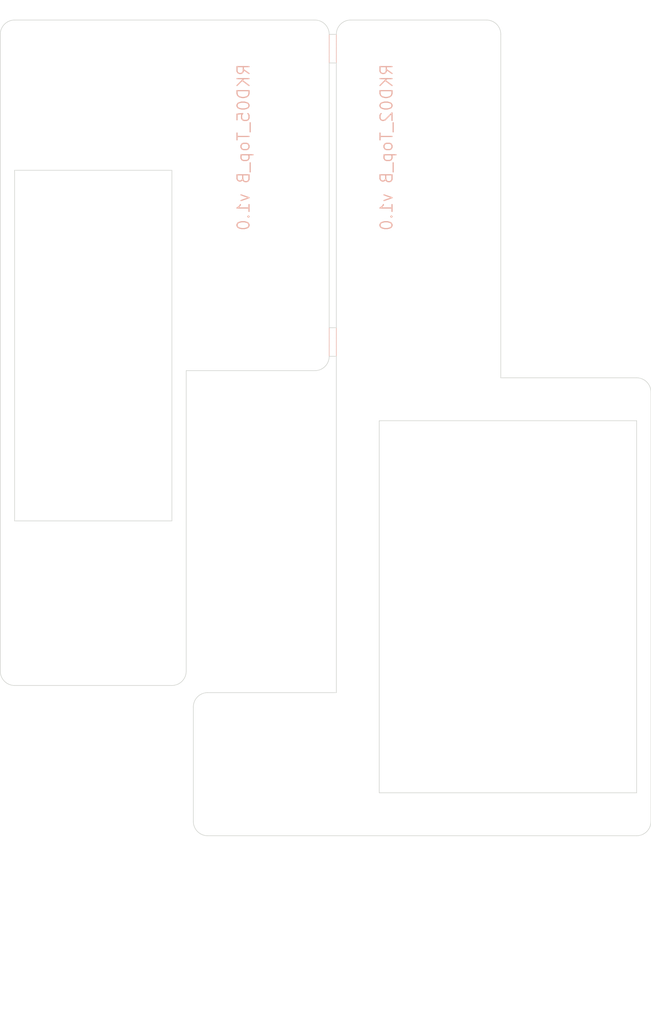
<source format=kicad_pcb>
(kicad_pcb (version 20241229) (generator "pcbnew") (generator_version "9.0")
  (layers (0 "F.Cu" signal) (2 "B.Cu" signal) (13 "F.Paste" user) (15 "B.Paste" user) (5 "F.SilkS" user "F.Silkscreen") (7 "B.SilkS" user "B.Silkscreen") (1 "F.Mask" user) (3 "B.Mask" user) (25 "Edge.Cuts" user))
  (net 0 "")
  (footprint "kbd_Hole:m2_Screw_Hole" (layer "F.Cu") (at 187 169.06875)
    (property "Reference" "Ref**" (hide yes))
    (property "Value" "")
    (pad "" np_thru_hole circle (at 0 0) (size 2.2 2.2) (drill 2.2) (layers "*.Cu" "*.Mask"))
  )
  (footprint "kbd_Hole:m2_Screw_Hole" (layer "F.Cu") (at 180.975 105.965625)
    (property "Reference" "Ref**")
    (property "Value" "Val**")
    (pad "" np_thru_hole circle (at 0 0) (size 2.2 2.2) (drill 2.2) (layers "*.Cu" "*.Mask"))
  )
  (footprint "Rikkodo_FootPrint:rkd_cutdot" (layer "F.Cu") (at 185.439688 130.373098 90)
    (property "Reference" "REF**" (hide yes))
    (property "Value" "rkd_cutdot" (hide yes))
    (fp_line (start 1.190623 -0.297657) (end -1.190627 -0.297657) (stroke (width 0.05)) (layer "B.SilkS"))
    (fp_line (start 1.190622 0.297656) (end -1.190628 0.297656) (stroke (width 0.05)) (layer "B.SilkS"))
    (fp_line (start 1.190624 0.297656) (end 1.190482 -0.297479) (stroke (width 0.05)) (layer "Edge.Cuts"))
    (fp_line (start -1.190628 0.297656) (end -1.190768 -0.297479) (stroke (width 0.05)) (layer "Edge.Cuts"))
    (pad "" np_thru_hole circle (at -0.893198 0.000356 180) (size 0.5 0.5) (drill 0.5) (layers "*.Cu" "*.Mask"))
    (pad "" np_thru_hole circle (at -0.297886 0.000356 180) (size 0.5 0.5) (drill 0.5) (layers "*.Cu" "*.Mask"))
    (pad "" np_thru_hole circle (at 0.297426 0.000356 180) (size 0.5 0.5) (drill 0.5) (layers "*.Cu" "*.Mask"))
    (pad "" np_thru_hole circle (at 0.892738 0.000356 180) (size 0.5 0.5) (drill 0.5) (layers "*.Cu" "*.Mask"))
  )
  (footprint "kbd_Hole:m2_Screw_Hole" (layer "F.Cu") (at 161.925 157.1625)
    (property "Reference" "Ref**")
    (property "Value" "Val**")
    (pad "" np_thru_hole circle (at 0 0) (size 2.2 2.2) (drill 2.2) (layers "*.Cu" "*.Mask"))
  )
  (footprint "kbd_Hole:m2_Screw_Hole" (layer "F.Cu") (at 195.26266 107.15633)
    (property "Reference" "M2")
    (property "Value" "Mark")
    (pad "" np_thru_hole circle (at 0 0) (size 2.2 2.2) (drill 2.2) (layers "*.Cu" "*.Mask"))
  )
  (footprint "Rikkodo_FootPrint:rkd_Point_Hall" (layer "F.Cu") (at 200.025 152.4)
    (property "Reference" "M2" (hide yes))
    (property "Value" "Mark" (hide yes))
    (fp_line (start -10.715625 15.478125) (end -10.715625 -15.478125) (stroke (width 0.05)) (layer "Edge.Cuts"))
    (fp_line (start 10.715625 -15.478125) (end -10.715625 -15.478125) (stroke (width 0.05)) (layer "Edge.Cuts"))
    (fp_line (start 10.715625 -15.478125) (end 10.715625 15.478125) (stroke (width 0.05)) (layer "Edge.Cuts"))
    (fp_line (start 10.715625 15.478125) (end -10.715625 15.478125) (stroke (width 0.05)) (layer "Edge.Cuts"))
  )
  (footprint "kbd_Hole:m2_Screw_Hole" (layer "F.Cu") (at 161.925 105.965625)
    (property "Reference" "Ref**")
    (property "Value" "Val**")
    (pad "" np_thru_hole circle (at 0 0) (size 2.2 2.2) (drill 2.2) (layers "*.Cu" "*.Mask"))
  )
  (footprint "Rikkodo_FootPrint:rkd_cutdot" (layer "F.Cu") (at 185.439688 105.965536 90)
    (property "Reference" "REF**" (hide yes))
    (property "Value" "rkd_cutdot" (hide yes))
    (fp_line (start 1.190623 -0.297657) (end -1.190627 -0.297657) (stroke (width 0.05)) (layer "B.SilkS"))
    (fp_line (start 1.190622 0.297656) (end -1.190628 0.297656) (stroke (width 0.05)) (layer "B.SilkS"))
    (fp_line (start 1.190624 0.297656) (end 1.190482 -0.297479) (stroke (width 0.05)) (layer "Edge.Cuts"))
    (fp_line (start -1.190628 0.297656) (end -1.190768 -0.297479) (stroke (width 0.05)) (layer "Edge.Cuts"))
    (pad "" np_thru_hole circle (at -0.893198 0.000356 180) (size 0.5 0.5) (drill 0.5) (layers "*.Cu" "*.Mask"))
    (pad "" np_thru_hole circle (at -0.297886 0.000356 180) (size 0.5 0.5) (drill 0.5) (layers "*.Cu" "*.Mask"))
    (pad "" np_thru_hole circle (at 0.297426 0.000356 180) (size 0.5 0.5) (drill 0.5) (layers "*.Cu" "*.Mask"))
    (pad "" np_thru_hole circle (at 0.892738 0.000356 180) (size 0.5 0.5) (drill 0.5) (layers "*.Cu" "*.Mask"))
  )
  (gr_line (start 175.022021 159.543885) (end 185.7375 159.54375) (stroke (width 0.05)) (layer "Edge.Cuts"))
  (gr_arc (start 157.757896 104.775) (mid 158.106654 103.933148) (end 158.948521 103.584375) (stroke (width 0.05)) (layer "Edge.Cuts"))
  (gr_line (start 210.740757 171.450218) (end 175.022021 171.450168) (stroke (width 0.05)) (layer "Edge.Cuts"))
  (gr_line (start 173.831396 160.73451) (end 173.831396 170.259543) (stroke (width 0.05)) (layer "Edge.Cuts"))
  (gr_arc (start 211.931382 170.259593) (mid 211.582659 171.101495) (end 210.740757 171.450218) (stroke (width 0.05)) (layer "Edge.Cuts"))
  (gr_arc (start 185.142378 131.564173) (mid 184.793641 132.406061) (end 183.951753 132.754798) (stroke (width 0.05)) (layer "Edge.Cuts"))
  (gr_line (start 186.92824 103.584461) (end 198.239229 103.584462) (stroke (width 0.05)) (layer "Edge.Cuts"))
  (gr_arc (start 198.2392 103.584434) (mid 199.081096 103.933166) (end 199.429825 104.775059) (stroke (width 0.05)) (layer "Edge.Cuts"))
  (gr_line (start 211.931382 170.259593) (end 211.931428 169.068892) (stroke (width 0.05)) (layer "Edge.Cuts"))
  (gr_line (start 185.142209 129.182616) (end 185.142343 107.15634) (stroke (width 0.05)) (layer "Edge.Cuts"))
  (gr_line (start 185.7375 159.54375) (end 185.737344 131.563726) (stroke (width 0.05)) (layer "Edge.Cuts"))
  (gr_line (start 199.429855 133.350112) (end 210.740803 133.350113) (stroke (width 0.05)) (layer "Edge.Cuts"))
  (gr_line (start 211.931428 169.068892) (end 211.931428 134.540738) (stroke (width 0.05)) (layer "Edge.Cuts"))
  (gr_line (start 199.429855 133.350112) (end 199.429825 104.775059) (stroke (width 0.05)) (layer "Edge.Cuts"))
  (gr_arc (start 185.73766 104.775059) (mid 186.086399 103.933173) (end 186.928285 103.584434) (stroke (width 0.05)) (layer "Edge.Cuts"))
  (gr_line (start 158.948571 116.086035) (end 158.948571 145.256372) (stroke (width 0.05)) (layer "Edge.Cuts"))
  (gr_arc (start 183.951718 103.584375) (mid 184.793598 103.933098) (end 185.142343 104.775) (stroke (width 0.05)) (layer "Edge.Cuts"))
  (gr_line (start 172.04551 158.948571) (end 158.948571 158.948571) (stroke (width 0.05)) (layer "Edge.Cuts"))
  (gr_line (start 172.045457 145.256372) (end 172.045457 116.086035) (stroke (width 0.05)) (layer "Edge.Cuts"))
  (gr_line (start 185.737344 107.156164) (end 185.737344 129.182474) (stroke (width 0.05)) (layer "Edge.Cuts"))
  (gr_arc (start 175.022021 171.450168) (mid 174.180129 171.101435) (end 173.831396 170.259543) (stroke (width 0.05)) (layer "Edge.Cuts"))
  (gr_arc (start 173.236135 157.757946) (mid 172.887392 158.599828) (end 172.04551 158.948571) (stroke (width 0.05)) (layer "Edge.Cuts"))
  (gr_line (start 173.235938 132.754799) (end 173.236083 157.757945) (stroke (width 0.05)) (layer "Edge.Cuts"))
  (gr_arc (start 173.831396 160.73451) (mid 174.180129 159.892618) (end 175.022021 159.543885) (stroke (width 0.05)) (layer "Edge.Cuts"))
  (gr_arc (start 210.740803 133.350113) (mid 211.582705 133.698836) (end 211.931428 134.540738) (stroke (width 0.05)) (layer "Edge.Cuts"))
  (gr_line (start 172.045457 116.086035) (end 158.948571 116.086035) (stroke (width 0.05)) (layer "Edge.Cuts"))
  (gr_line (start 157.757945 157.1625) (end 157.757946 157.757946) (stroke (width 0.05)) (layer "Edge.Cuts"))
  (gr_arc (start 158.948571 158.948571) (mid 158.106741 158.599791) (end 157.757946 157.757946) (stroke (width 0.05)) (layer "Edge.Cuts"))
  (gr_line (start 157.757896 104.775) (end 157.757945 157.1625) (stroke (width 0.05)) (layer "Edge.Cuts"))
  (gr_line (start 173.236083 132.754799) (end 183.951753 132.754799) (stroke (width 0.05)) (layer "Edge.Cuts"))
  (gr_line (start 158.948571 145.256372) (end 172.045457 145.256372) (stroke (width 0.05)) (layer "Edge.Cuts"))
  (gr_line (start 158.948521 103.584375) (end 183.951718 103.584375) (stroke (width 0.05)) (layer "Edge.Cuts"))
  (gr_text "RKD02_Top_B v1.0" (at 190.50016 107.15634 90) (layer "B.SilkS") (effects (font (size 1 1) (thickness 0.1)) (justify left bottom mirror)))
  (gr_text "RKD05_Top_B v1.0" (at 178.5939 107.15634 90) (layer "B.SilkS") (effects (font (size 1 1) (thickness 0.1)) (justify left bottom mirror)))
)
</source>
